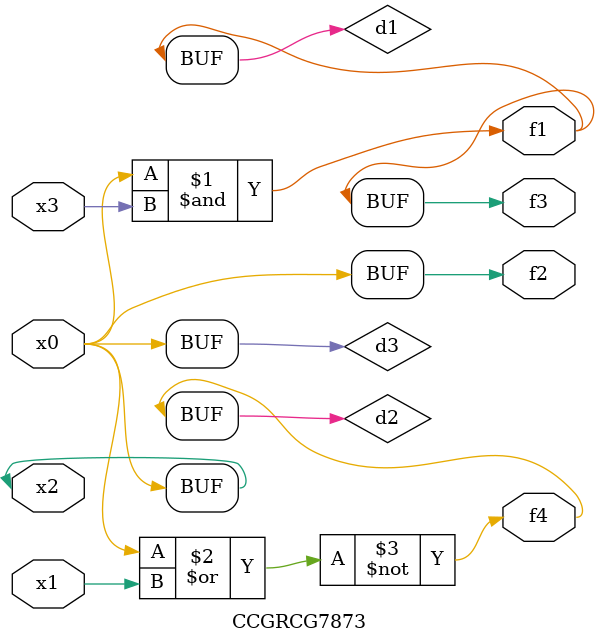
<source format=v>
module CCGRCG7873(
	input x0, x1, x2, x3,
	output f1, f2, f3, f4
);

	wire d1, d2, d3;

	and (d1, x2, x3);
	nor (d2, x0, x1);
	buf (d3, x0, x2);
	assign f1 = d1;
	assign f2 = d3;
	assign f3 = d1;
	assign f4 = d2;
endmodule

</source>
